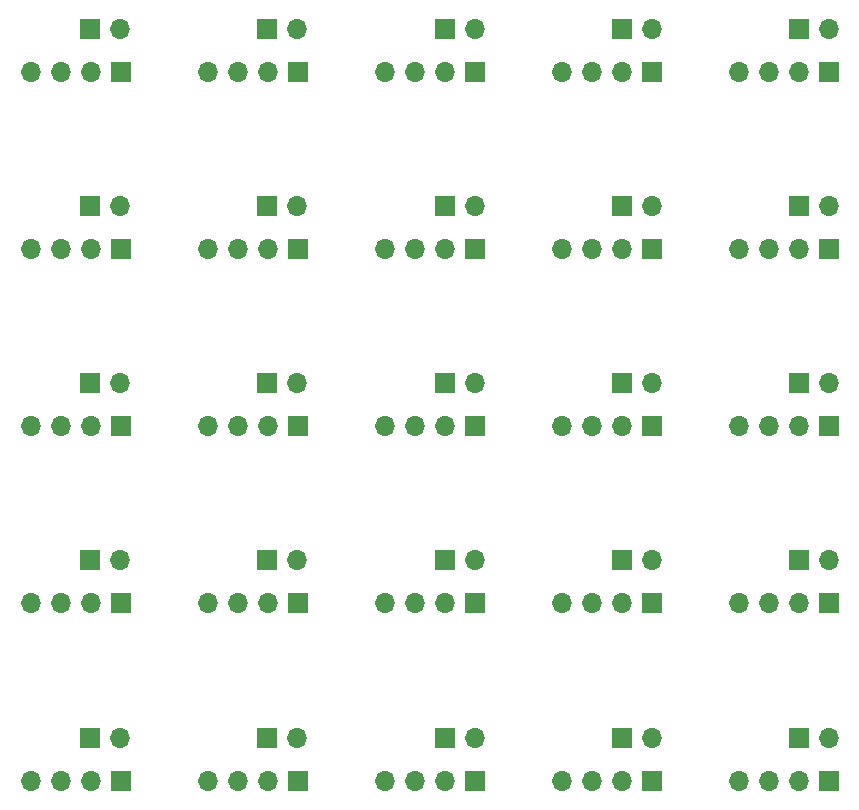
<source format=gbr>
%TF.GenerationSoftware,KiCad,Pcbnew,7.0.1*%
%TF.CreationDate,2025-01-22T18:11:29-05:00*%
%TF.ProjectId,TrackRingA-panel,54726163-6b52-4696-9e67-412d70616e65,rev?*%
%TF.SameCoordinates,Original*%
%TF.FileFunction,Soldermask,Bot*%
%TF.FilePolarity,Negative*%
%FSLAX46Y46*%
G04 Gerber Fmt 4.6, Leading zero omitted, Abs format (unit mm)*
G04 Created by KiCad (PCBNEW 7.0.1) date 2025-01-22 18:11:29*
%MOMM*%
%LPD*%
G01*
G04 APERTURE LIST*
%ADD10R,1.700000X1.700000*%
%ADD11O,1.700000X1.700000*%
G04 APERTURE END LIST*
D10*
%TO.C,J2*%
X119790000Y-25000000D03*
D11*
X122330000Y-25000000D03*
%TD*%
D10*
%TO.C,J2*%
X134790000Y-25000000D03*
D11*
X137330000Y-25000000D03*
%TD*%
D10*
%TO.C,J2*%
X134790000Y-40000000D03*
D11*
X137330000Y-40000000D03*
%TD*%
D10*
%TO.C,J2*%
X179790000Y-70000000D03*
D11*
X182330000Y-70000000D03*
%TD*%
D10*
%TO.C,J2*%
X164790000Y-40000000D03*
D11*
X167330000Y-40000000D03*
%TD*%
D10*
%TO.C,J2*%
X164790000Y-25000000D03*
D11*
X167330000Y-25000000D03*
%TD*%
D10*
%TO.C,J2*%
X119790000Y-40000000D03*
D11*
X122330000Y-40000000D03*
%TD*%
D10*
%TO.C,J2*%
X149790000Y-40000000D03*
D11*
X152330000Y-40000000D03*
%TD*%
D10*
%TO.C,J2*%
X179790000Y-25000000D03*
D11*
X182330000Y-25000000D03*
%TD*%
D10*
%TO.C,J2*%
X179790000Y-40000000D03*
D11*
X182330000Y-40000000D03*
%TD*%
D10*
%TO.C,J2*%
X164790000Y-70000000D03*
D11*
X167330000Y-70000000D03*
%TD*%
D10*
%TO.C,J2*%
X179790000Y-55000000D03*
D11*
X182330000Y-55000000D03*
%TD*%
D10*
%TO.C,J2*%
X119790000Y-85000000D03*
D11*
X122330000Y-85000000D03*
%TD*%
D10*
%TO.C,J2*%
X119790000Y-70000000D03*
D11*
X122330000Y-70000000D03*
%TD*%
D10*
%TO.C,J2*%
X149790000Y-25000000D03*
D11*
X152330000Y-25000000D03*
%TD*%
D10*
%TO.C,J2*%
X164790000Y-55000000D03*
D11*
X167330000Y-55000000D03*
%TD*%
D10*
%TO.C,J2*%
X149790000Y-55000000D03*
D11*
X152330000Y-55000000D03*
%TD*%
D10*
%TO.C,J2*%
X134790000Y-55000000D03*
D11*
X137330000Y-55000000D03*
%TD*%
D10*
%TO.C,J2*%
X134790000Y-70000000D03*
D11*
X137330000Y-70000000D03*
%TD*%
D10*
%TO.C,J2*%
X149790000Y-70000000D03*
D11*
X152330000Y-70000000D03*
%TD*%
D10*
%TO.C,J2*%
X164790000Y-85000000D03*
D11*
X167330000Y-85000000D03*
%TD*%
D10*
%TO.C,J2*%
X119790000Y-55000000D03*
D11*
X122330000Y-55000000D03*
%TD*%
D10*
%TO.C,J2*%
X179790000Y-85000000D03*
D11*
X182330000Y-85000000D03*
%TD*%
D10*
%TO.C,J2*%
X134790000Y-85000000D03*
D11*
X137330000Y-85000000D03*
%TD*%
D10*
%TO.C,J2*%
X149790000Y-85000000D03*
D11*
X152330000Y-85000000D03*
%TD*%
D10*
%TO.C,J1*%
X182350000Y-28650000D03*
D11*
X179810000Y-28650000D03*
X177270000Y-28650000D03*
X174730000Y-28650000D03*
%TD*%
D10*
%TO.C,J1*%
X122350000Y-28650000D03*
D11*
X119810000Y-28650000D03*
X117270000Y-28650000D03*
X114730000Y-28650000D03*
%TD*%
D10*
%TO.C,J1*%
X167350000Y-43650000D03*
D11*
X164810000Y-43650000D03*
X162270000Y-43650000D03*
X159730000Y-43650000D03*
%TD*%
D10*
%TO.C,J1*%
X137350000Y-28650000D03*
D11*
X134810000Y-28650000D03*
X132270000Y-28650000D03*
X129730000Y-28650000D03*
%TD*%
D10*
%TO.C,J1*%
X152350000Y-43650000D03*
D11*
X149810000Y-43650000D03*
X147270000Y-43650000D03*
X144730000Y-43650000D03*
%TD*%
D10*
%TO.C,J1*%
X167350000Y-28650000D03*
D11*
X164810000Y-28650000D03*
X162270000Y-28650000D03*
X159730000Y-28650000D03*
%TD*%
D10*
%TO.C,J1*%
X182350000Y-43650000D03*
D11*
X179810000Y-43650000D03*
X177270000Y-43650000D03*
X174730000Y-43650000D03*
%TD*%
D10*
%TO.C,J1*%
X167350000Y-73650000D03*
D11*
X164810000Y-73650000D03*
X162270000Y-73650000D03*
X159730000Y-73650000D03*
%TD*%
D10*
%TO.C,J1*%
X122350000Y-43650000D03*
D11*
X119810000Y-43650000D03*
X117270000Y-43650000D03*
X114730000Y-43650000D03*
%TD*%
D10*
%TO.C,J1*%
X167350000Y-58650000D03*
D11*
X164810000Y-58650000D03*
X162270000Y-58650000D03*
X159730000Y-58650000D03*
%TD*%
D10*
%TO.C,J1*%
X137350000Y-73650000D03*
D11*
X134810000Y-73650000D03*
X132270000Y-73650000D03*
X129730000Y-73650000D03*
%TD*%
D10*
%TO.C,J1*%
X122350000Y-73650000D03*
D11*
X119810000Y-73650000D03*
X117270000Y-73650000D03*
X114730000Y-73650000D03*
%TD*%
D10*
%TO.C,J1*%
X137350000Y-43650000D03*
D11*
X134810000Y-43650000D03*
X132270000Y-43650000D03*
X129730000Y-43650000D03*
%TD*%
D10*
%TO.C,J1*%
X182350000Y-58650000D03*
D11*
X179810000Y-58650000D03*
X177270000Y-58650000D03*
X174730000Y-58650000D03*
%TD*%
D10*
%TO.C,J1*%
X167350000Y-88650000D03*
D11*
X164810000Y-88650000D03*
X162270000Y-88650000D03*
X159730000Y-88650000D03*
%TD*%
D10*
%TO.C,J1*%
X182350000Y-73650000D03*
D11*
X179810000Y-73650000D03*
X177270000Y-73650000D03*
X174730000Y-73650000D03*
%TD*%
D10*
%TO.C,J1*%
X152350000Y-73650000D03*
D11*
X149810000Y-73650000D03*
X147270000Y-73650000D03*
X144730000Y-73650000D03*
%TD*%
D10*
%TO.C,J1*%
X122350000Y-58650000D03*
D11*
X119810000Y-58650000D03*
X117270000Y-58650000D03*
X114730000Y-58650000D03*
%TD*%
D10*
%TO.C,J1*%
X137350000Y-58650000D03*
D11*
X134810000Y-58650000D03*
X132270000Y-58650000D03*
X129730000Y-58650000D03*
%TD*%
D10*
%TO.C,J1*%
X152350000Y-58650000D03*
D11*
X149810000Y-58650000D03*
X147270000Y-58650000D03*
X144730000Y-58650000D03*
%TD*%
D10*
%TO.C,J1*%
X182350000Y-88650000D03*
D11*
X179810000Y-88650000D03*
X177270000Y-88650000D03*
X174730000Y-88650000D03*
%TD*%
D10*
%TO.C,J1*%
X137350000Y-88650000D03*
D11*
X134810000Y-88650000D03*
X132270000Y-88650000D03*
X129730000Y-88650000D03*
%TD*%
D10*
%TO.C,J1*%
X152350000Y-28650000D03*
D11*
X149810000Y-28650000D03*
X147270000Y-28650000D03*
X144730000Y-28650000D03*
%TD*%
D10*
%TO.C,J1*%
X122350000Y-88650000D03*
D11*
X119810000Y-88650000D03*
X117270000Y-88650000D03*
X114730000Y-88650000D03*
%TD*%
D10*
%TO.C,J1*%
X152350000Y-88650000D03*
D11*
X149810000Y-88650000D03*
X147270000Y-88650000D03*
X144730000Y-88650000D03*
%TD*%
M02*

</source>
